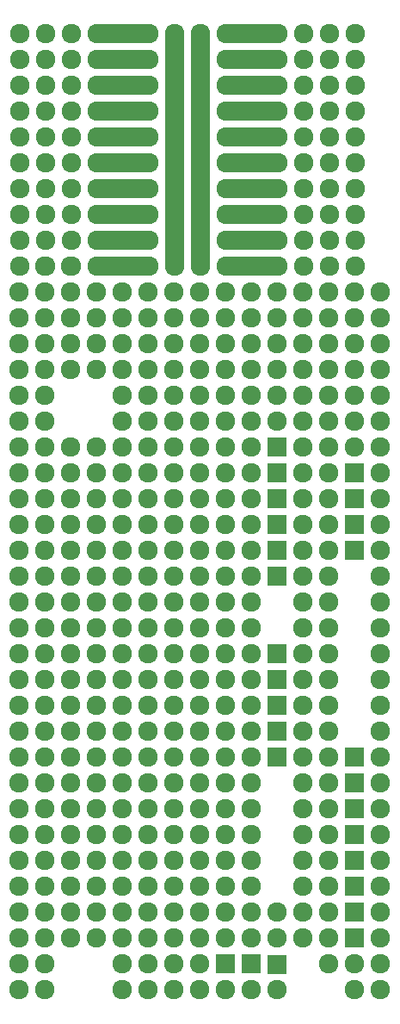
<source format=gbs>
%TF.GenerationSoftware,KiCad,Pcbnew,4.0.4-stable*%
%TF.CreationDate,2016-12-12T23:19:24+02:00*%
%TF.ProjectId,back_prototype,6261636B5F70726F746F747970652E6B,rev?*%
%TF.FileFunction,Soldermask,Bot*%
%FSLAX46Y46*%
G04 Gerber Fmt 4.6, Leading zero omitted, Abs format (unit mm)*
G04 Created by KiCad (PCBNEW 4.0.4-stable) date 12/12/16 23:19:24*
%MOMM*%
%LPD*%
G01*
G04 APERTURE LIST*
%ADD10C,0.100000*%
%ADD11C,1.924000*%
%ADD12R,1.900000X1.900000*%
%ADD13R,2.940000X1.924000*%
%ADD14R,1.924000X2.940000*%
G04 APERTURE END LIST*
D10*
D11*
X67564000Y-136652000D03*
X70104000Y-136652000D03*
X65024000Y-136652000D03*
X80264000Y-116332000D03*
X80264000Y-121412000D03*
X80264000Y-118872000D03*
X80264000Y-126492000D03*
X80264000Y-129032000D03*
X80264000Y-123952000D03*
X80264000Y-113792000D03*
X80264000Y-131572000D03*
X80264000Y-80772000D03*
X80264000Y-78232000D03*
X80264000Y-75692000D03*
X80264000Y-85852000D03*
X80264000Y-83312000D03*
X80264000Y-90932000D03*
X80264000Y-93472000D03*
X80264000Y-88392000D03*
X80264000Y-103632000D03*
X80264000Y-108712000D03*
X80264000Y-106172000D03*
X80264000Y-98552000D03*
X80264000Y-101092000D03*
X80264000Y-96012000D03*
X80264000Y-111252000D03*
X80264000Y-68072000D03*
X80264000Y-70612000D03*
X80264000Y-73152000D03*
X75184000Y-134112000D03*
X77724000Y-134112000D03*
X80264000Y-134112000D03*
X80264000Y-136652000D03*
X77724000Y-136652000D03*
X67564000Y-90932000D03*
X67564000Y-93472000D03*
X67564000Y-96012000D03*
X67564000Y-88392000D03*
X67564000Y-85852000D03*
X67564000Y-83312000D03*
X67564000Y-113792000D03*
X67564000Y-111252000D03*
X67564000Y-103632000D03*
X67564000Y-111252000D03*
X67564000Y-108712000D03*
X67564000Y-106172000D03*
X44704000Y-134112000D03*
X44704000Y-136652000D03*
X62484000Y-136652000D03*
X62484000Y-134112000D03*
X59944000Y-134112000D03*
X57404000Y-134112000D03*
X59944000Y-136652000D03*
X57404000Y-136652000D03*
X47244000Y-136652000D03*
X47244000Y-134112000D03*
X54864000Y-134112000D03*
X54864000Y-136652000D03*
X44704000Y-131572000D03*
X62484000Y-131572000D03*
X65024000Y-131572000D03*
X59944000Y-131572000D03*
X57404000Y-131572000D03*
X47244000Y-131572000D03*
X49784000Y-131572000D03*
X54864000Y-131572000D03*
X52324000Y-131572000D03*
X47244000Y-65532000D03*
X49784000Y-65532000D03*
X72644000Y-73152000D03*
X75184000Y-73152000D03*
X72644000Y-70612000D03*
X77724000Y-73152000D03*
X75184000Y-70612000D03*
X77724000Y-68072000D03*
X77724000Y-70612000D03*
X75184000Y-68072000D03*
X72644000Y-68072000D03*
X67564000Y-68072000D03*
X70104000Y-68072000D03*
X70104000Y-70612000D03*
X67564000Y-70612000D03*
X70104000Y-73152000D03*
X67564000Y-73152000D03*
X57404000Y-73152000D03*
X59944000Y-73152000D03*
X57404000Y-70612000D03*
X59944000Y-70612000D03*
X59944000Y-68072000D03*
X57404000Y-68072000D03*
X62484000Y-68072000D03*
X65024000Y-68072000D03*
X65024000Y-70612000D03*
X62484000Y-70612000D03*
X65024000Y-73152000D03*
X62484000Y-73152000D03*
X54864000Y-73152000D03*
X52324000Y-73152000D03*
X47244000Y-73152000D03*
X49784000Y-73152000D03*
X44704000Y-73152000D03*
X49784000Y-70612000D03*
X52324000Y-70612000D03*
X52324000Y-68072000D03*
X49784000Y-68072000D03*
X44704000Y-68072000D03*
X47244000Y-68072000D03*
X47244000Y-70612000D03*
X44704000Y-70612000D03*
X54864000Y-70612000D03*
X54864000Y-68072000D03*
X47244000Y-73152000D03*
X49784000Y-73152000D03*
X54864000Y-75692000D03*
X54864000Y-78232000D03*
X44704000Y-78232000D03*
X47244000Y-78232000D03*
X47244000Y-75692000D03*
X44704000Y-75692000D03*
X49784000Y-75692000D03*
X52324000Y-75692000D03*
X44704000Y-111252000D03*
X44704000Y-113792000D03*
X67564000Y-116332000D03*
X62484000Y-113792000D03*
X65024000Y-113792000D03*
X62484000Y-111252000D03*
X65024000Y-111252000D03*
X59944000Y-111252000D03*
X57404000Y-111252000D03*
X59944000Y-113792000D03*
X57404000Y-113792000D03*
X47244000Y-113792000D03*
X49784000Y-113792000D03*
X47244000Y-111252000D03*
X49784000Y-111252000D03*
X54864000Y-111252000D03*
X52324000Y-111252000D03*
X54864000Y-113792000D03*
X52324000Y-113792000D03*
X57404000Y-123952000D03*
X59944000Y-123952000D03*
X65024000Y-123952000D03*
X62484000Y-123952000D03*
X52324000Y-129032000D03*
X54864000Y-129032000D03*
X52324000Y-126492000D03*
X54864000Y-126492000D03*
X54864000Y-123952000D03*
X52324000Y-123952000D03*
X47244000Y-123952000D03*
X49784000Y-123952000D03*
X49784000Y-126492000D03*
X47244000Y-126492000D03*
X49784000Y-129032000D03*
X47244000Y-129032000D03*
X57404000Y-129032000D03*
X59944000Y-129032000D03*
X57404000Y-126492000D03*
X59944000Y-126492000D03*
X67564000Y-126492000D03*
X65024000Y-126492000D03*
X62484000Y-126492000D03*
X65024000Y-129032000D03*
X62484000Y-129032000D03*
X44704000Y-129032000D03*
X44704000Y-126492000D03*
X44704000Y-123952000D03*
X44704000Y-116332000D03*
X44704000Y-118872000D03*
X44704000Y-121412000D03*
X67564000Y-123952000D03*
X62484000Y-121412000D03*
X65024000Y-121412000D03*
X62484000Y-118872000D03*
X67564000Y-121412000D03*
X65024000Y-118872000D03*
X67564000Y-118872000D03*
X59944000Y-118872000D03*
X57404000Y-118872000D03*
X59944000Y-121412000D03*
X57404000Y-121412000D03*
X47244000Y-121412000D03*
X49784000Y-121412000D03*
X47244000Y-118872000D03*
X49784000Y-118872000D03*
X49784000Y-116332000D03*
X47244000Y-116332000D03*
X52324000Y-116332000D03*
X54864000Y-116332000D03*
X54864000Y-118872000D03*
X52324000Y-118872000D03*
X54864000Y-121412000D03*
X52324000Y-121412000D03*
X62484000Y-116332000D03*
X65024000Y-116332000D03*
X59944000Y-116332000D03*
X57404000Y-116332000D03*
X57404000Y-96012000D03*
X59944000Y-96012000D03*
X65024000Y-96012000D03*
X62484000Y-96012000D03*
X52324000Y-101092000D03*
X54864000Y-101092000D03*
X52324000Y-98552000D03*
X54864000Y-98552000D03*
X54864000Y-96012000D03*
X52324000Y-96012000D03*
X47244000Y-96012000D03*
X49784000Y-96012000D03*
X49784000Y-98552000D03*
X47244000Y-98552000D03*
X49784000Y-101092000D03*
X47244000Y-101092000D03*
X57404000Y-101092000D03*
X59944000Y-101092000D03*
X57404000Y-98552000D03*
X59944000Y-98552000D03*
X67564000Y-98552000D03*
X65024000Y-98552000D03*
X67564000Y-101092000D03*
X62484000Y-98552000D03*
X65024000Y-101092000D03*
X62484000Y-101092000D03*
X44704000Y-101092000D03*
X44704000Y-98552000D03*
X44704000Y-96012000D03*
X44704000Y-103632000D03*
X44704000Y-106172000D03*
X44704000Y-108712000D03*
X62484000Y-108712000D03*
X65024000Y-108712000D03*
X62484000Y-106172000D03*
X65024000Y-106172000D03*
X59944000Y-106172000D03*
X57404000Y-106172000D03*
X59944000Y-108712000D03*
X57404000Y-108712000D03*
X47244000Y-108712000D03*
X49784000Y-108712000D03*
X47244000Y-106172000D03*
X49784000Y-106172000D03*
X49784000Y-103632000D03*
X47244000Y-103632000D03*
X52324000Y-103632000D03*
X54864000Y-103632000D03*
X54864000Y-106172000D03*
X52324000Y-106172000D03*
X54864000Y-108712000D03*
X52324000Y-108712000D03*
X62484000Y-103632000D03*
X65024000Y-103632000D03*
X59944000Y-103632000D03*
X57404000Y-103632000D03*
X57404000Y-88392000D03*
X59944000Y-88392000D03*
X65024000Y-88392000D03*
X62484000Y-88392000D03*
X52324000Y-93472000D03*
X54864000Y-93472000D03*
X52324000Y-90932000D03*
X54864000Y-90932000D03*
X54864000Y-88392000D03*
X52324000Y-88392000D03*
X47244000Y-88392000D03*
X49784000Y-88392000D03*
X49784000Y-90932000D03*
X47244000Y-90932000D03*
X49784000Y-93472000D03*
X47244000Y-93472000D03*
X57404000Y-93472000D03*
X59944000Y-93472000D03*
X57404000Y-90932000D03*
X59944000Y-90932000D03*
X65024000Y-90932000D03*
X62484000Y-90932000D03*
X65024000Y-93472000D03*
X62484000Y-93472000D03*
X44704000Y-93472000D03*
X44704000Y-90932000D03*
X44704000Y-88392000D03*
X44704000Y-80772000D03*
X44704000Y-83312000D03*
X44704000Y-85852000D03*
X62484000Y-85852000D03*
X65024000Y-85852000D03*
X62484000Y-83312000D03*
X65024000Y-83312000D03*
X59944000Y-83312000D03*
X57404000Y-83312000D03*
X59944000Y-85852000D03*
X57404000Y-85852000D03*
X47244000Y-85852000D03*
X49784000Y-85852000D03*
X47244000Y-83312000D03*
X49784000Y-83312000D03*
X47244000Y-80772000D03*
X54864000Y-80772000D03*
X54864000Y-83312000D03*
X52324000Y-83312000D03*
X54864000Y-85852000D03*
X52324000Y-85852000D03*
X62484000Y-80772000D03*
X65024000Y-80772000D03*
X62484000Y-78232000D03*
X65024000Y-78232000D03*
X65024000Y-75692000D03*
X62484000Y-75692000D03*
X57404000Y-75692000D03*
X59944000Y-75692000D03*
X59944000Y-78232000D03*
X57404000Y-78232000D03*
X59944000Y-80772000D03*
X57404000Y-80772000D03*
X67564000Y-80772000D03*
X70104000Y-80772000D03*
X67564000Y-78232000D03*
X70104000Y-78232000D03*
X70104000Y-75692000D03*
X67564000Y-75692000D03*
X72644000Y-75692000D03*
X75184000Y-75692000D03*
X77724000Y-78232000D03*
X77724000Y-75692000D03*
X75184000Y-78232000D03*
X77724000Y-80772000D03*
X72644000Y-78232000D03*
X77724000Y-83312000D03*
X75184000Y-80772000D03*
X72644000Y-83312000D03*
X75184000Y-83312000D03*
X72644000Y-85852000D03*
X75184000Y-85852000D03*
X72644000Y-88392000D03*
X75184000Y-88392000D03*
X72644000Y-90932000D03*
X75184000Y-90932000D03*
X72644000Y-93472000D03*
X75184000Y-93472000D03*
X72644000Y-96012000D03*
X75184000Y-96012000D03*
X72644000Y-98552000D03*
X75184000Y-98552000D03*
X72644000Y-101092000D03*
X75184000Y-101092000D03*
X72644000Y-103632000D03*
X75184000Y-103632000D03*
X72644000Y-106172000D03*
X75184000Y-106172000D03*
X72644000Y-108712000D03*
X75184000Y-108712000D03*
X72644000Y-111252000D03*
X75184000Y-111252000D03*
X72644000Y-113792000D03*
X75184000Y-113792000D03*
X72644000Y-116332000D03*
X75184000Y-116332000D03*
X72644000Y-118872000D03*
X75184000Y-118872000D03*
X72644000Y-121412000D03*
X75184000Y-121412000D03*
X72644000Y-123952000D03*
X75184000Y-123952000D03*
X72644000Y-126492000D03*
X75184000Y-126492000D03*
X72644000Y-129032000D03*
X75184000Y-129032000D03*
X72644000Y-131572000D03*
X75184000Y-131572000D03*
X70104000Y-129032000D03*
X70104000Y-131572000D03*
X67564000Y-129032000D03*
X67564000Y-131572000D03*
D12*
X70100000Y-134170000D03*
X70104000Y-111252000D03*
X70104000Y-83312000D03*
X77724000Y-113792000D03*
X70104000Y-90932000D03*
X70104000Y-96012000D03*
X77724000Y-121412000D03*
X77724000Y-126492000D03*
X77724000Y-129032000D03*
X77724000Y-131572000D03*
X70104000Y-103632000D03*
X77724000Y-116332000D03*
X65024000Y-134112000D03*
X70104000Y-93472000D03*
X70104000Y-113792000D03*
X77724000Y-88392000D03*
X77724000Y-123952000D03*
X77724000Y-90932000D03*
X77724000Y-93472000D03*
X77724000Y-85852000D03*
X67564000Y-134112000D03*
X70104000Y-85852000D03*
X70104000Y-88392000D03*
X70104000Y-106172000D03*
X70104000Y-108712000D03*
X77724000Y-118872000D03*
D11*
X77749400Y-45186600D03*
X77749400Y-42646600D03*
X77749400Y-55346600D03*
X77749400Y-52806600D03*
X77749400Y-47726600D03*
X77749400Y-50266600D03*
X77749400Y-60426600D03*
X77749400Y-57886600D03*
X77749400Y-62966600D03*
X77749400Y-65506600D03*
D13*
X53619400Y-42646600D03*
X56159400Y-42646600D03*
X66319400Y-42646600D03*
X68859400Y-42646600D03*
D11*
X75209400Y-42646600D03*
X72669400Y-42646600D03*
X70129400Y-42646600D03*
X67589400Y-42646600D03*
X65049400Y-42646600D03*
X62509400Y-42646600D03*
X59969400Y-42646600D03*
X57429400Y-42646600D03*
X54889400Y-42646600D03*
X52349400Y-42646600D03*
X49809400Y-42646600D03*
X47269400Y-42646600D03*
X44729400Y-42646600D03*
D13*
X53619400Y-45186600D03*
X56159400Y-45186600D03*
X66319400Y-45186600D03*
D14*
X59969400Y-43916600D03*
X62509400Y-43916600D03*
D13*
X68859400Y-45186600D03*
D11*
X75209400Y-45186600D03*
X72669400Y-45186600D03*
X70129400Y-45186600D03*
X67589400Y-45186600D03*
X65049400Y-45186600D03*
X62509400Y-45186600D03*
X59969400Y-45186600D03*
X57429400Y-45186600D03*
X54889400Y-45186600D03*
X52349400Y-45186600D03*
X49809400Y-45186600D03*
X47269400Y-45186600D03*
X44729400Y-45186600D03*
D13*
X53619400Y-47726600D03*
X56159400Y-47726600D03*
X66319400Y-47726600D03*
D14*
X59969400Y-46456600D03*
X62509400Y-46456600D03*
D13*
X68859400Y-47726600D03*
D11*
X75209400Y-47726600D03*
X72669400Y-47726600D03*
X70129400Y-47726600D03*
X67589400Y-47726600D03*
X65049400Y-47726600D03*
X62509400Y-47726600D03*
X59969400Y-47726600D03*
X57429400Y-47726600D03*
X54889400Y-47726600D03*
X52349400Y-47726600D03*
X49809400Y-47726600D03*
X47269400Y-47726600D03*
X44729400Y-47726600D03*
D13*
X53619400Y-50266600D03*
X56159400Y-50266600D03*
X66319400Y-50266600D03*
D14*
X59969400Y-48996600D03*
X62509400Y-48996600D03*
D13*
X68859400Y-50266600D03*
D11*
X75209400Y-50266600D03*
X72669400Y-50266600D03*
X70129400Y-50266600D03*
X67589400Y-50266600D03*
X65049400Y-50266600D03*
X62509400Y-50266600D03*
X59969400Y-50266600D03*
X57429400Y-50266600D03*
X54889400Y-50266600D03*
X52349400Y-50266600D03*
X49809400Y-50266600D03*
X47269400Y-50266600D03*
X44729400Y-50266600D03*
D13*
X53619400Y-52806600D03*
X56159400Y-52806600D03*
X66319400Y-52806600D03*
D14*
X59969400Y-51536600D03*
X62509400Y-51536600D03*
D13*
X68859400Y-52806600D03*
D11*
X75209400Y-52806600D03*
X72669400Y-52806600D03*
X70129400Y-52806600D03*
X67589400Y-52806600D03*
X65049400Y-52806600D03*
X62509400Y-52806600D03*
X59969400Y-52806600D03*
X57429400Y-52806600D03*
X54889400Y-52806600D03*
X52349400Y-52806600D03*
X49809400Y-52806600D03*
X47269400Y-52806600D03*
X44729400Y-52806600D03*
D13*
X53619400Y-55346600D03*
X56159400Y-55346600D03*
X66319400Y-55346600D03*
D14*
X59969400Y-54076600D03*
X62509400Y-54076600D03*
D13*
X68859400Y-55346600D03*
D11*
X75209400Y-55346600D03*
X72669400Y-55346600D03*
X70129400Y-55346600D03*
X67589400Y-55346600D03*
X65049400Y-55346600D03*
X62509400Y-55346600D03*
X59969400Y-55346600D03*
X57429400Y-55346600D03*
X54889400Y-55346600D03*
X52349400Y-55346600D03*
X49809400Y-55346600D03*
X47269400Y-55346600D03*
X44729400Y-55346600D03*
D13*
X53619400Y-57886600D03*
X56159400Y-57886600D03*
X66319400Y-57886600D03*
D14*
X59969400Y-56616600D03*
X62509400Y-56616600D03*
D13*
X68859400Y-57886600D03*
D11*
X75209400Y-57886600D03*
X72669400Y-57886600D03*
X70129400Y-57886600D03*
X67589400Y-57886600D03*
X65049400Y-57886600D03*
X62509400Y-57886600D03*
X59969400Y-57886600D03*
X57429400Y-57886600D03*
X54889400Y-57886600D03*
X52349400Y-57886600D03*
X49809400Y-57886600D03*
X47269400Y-57886600D03*
X44729400Y-57886600D03*
D13*
X53619400Y-60426600D03*
X56159400Y-60426600D03*
X66319400Y-60426600D03*
D14*
X59969400Y-59156600D03*
X62509400Y-59156600D03*
D13*
X68859400Y-60426600D03*
D11*
X75209400Y-60426600D03*
X72669400Y-60426600D03*
X70129400Y-60426600D03*
X67589400Y-60426600D03*
X65049400Y-60426600D03*
X62509400Y-60426600D03*
X59969400Y-60426600D03*
X57429400Y-60426600D03*
X54889400Y-60426600D03*
X52349400Y-60426600D03*
X49809400Y-60426600D03*
X47269400Y-60426600D03*
X44729400Y-60426600D03*
D13*
X53619400Y-62966600D03*
X56159400Y-62966600D03*
X66319400Y-62966600D03*
D14*
X59969400Y-61696600D03*
X62509400Y-61696600D03*
D13*
X68859400Y-62966600D03*
D11*
X75209400Y-62966600D03*
X72669400Y-62966600D03*
X70129400Y-62966600D03*
X67589400Y-62966600D03*
X65049400Y-62966600D03*
X62509400Y-62966600D03*
X59969400Y-62966600D03*
X57429400Y-62966600D03*
X54889400Y-62966600D03*
X52349400Y-62966600D03*
X49809400Y-62966600D03*
X47269400Y-62966600D03*
X44729400Y-62966600D03*
D13*
X53619400Y-65506600D03*
X56159400Y-65506600D03*
X66319400Y-65506600D03*
D14*
X59969400Y-64236600D03*
X62509400Y-64236600D03*
D13*
X68859400Y-65506600D03*
D11*
X75209400Y-65506600D03*
X72669400Y-65506600D03*
X70129400Y-65506600D03*
X67589400Y-65506600D03*
X65049400Y-65506600D03*
X62509400Y-65506600D03*
X59969400Y-65506600D03*
X57429400Y-65506600D03*
X54889400Y-65506600D03*
X52349400Y-65506600D03*
X49809400Y-65506600D03*
X47269400Y-65506600D03*
X44729400Y-65506600D03*
X72644000Y-80772000D03*
M02*

</source>
